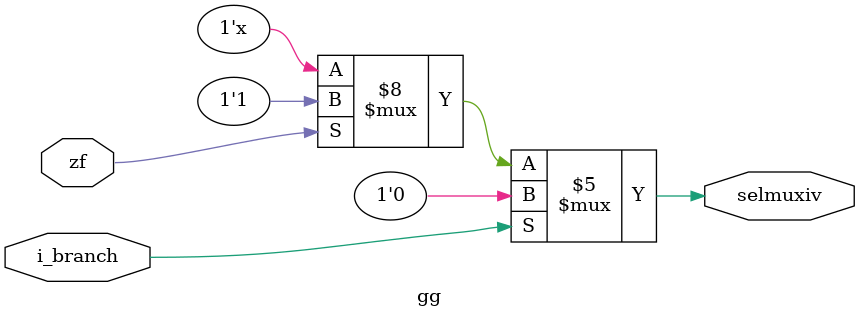
<source format=v>
`timescale 1ns/1ps

module gg(
input zf,
input i_branch,
output reg selmuxiv
);

always@(*)begin
	if(zf == 1)begin
		selmuxiv = 1'b1;
	end
	if(i_branch == 1)begin
		selmuxiv = 1'b0;
	end
end
endmodule
</source>
